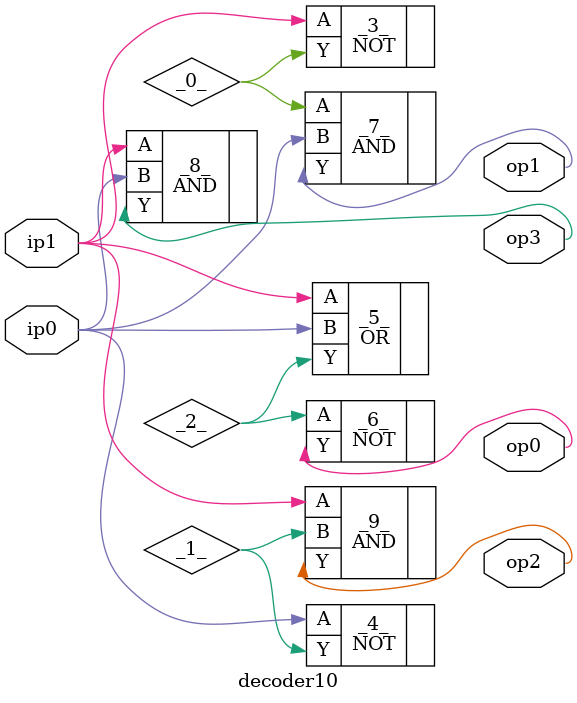
<source format=v>
/* Generated by Yosys 0.41+83 (git sha1 7045cf509, x86_64-w64-mingw32-g++ 13.2.1 -Os) */

/* cells_not_processed =  1  */
/* src = "decoder10.v:1.1-26.10" */
module decoder10(ip0, ip1, op0, op1, op2, op3);
  wire _0_;
  wire _1_;
  wire _2_;
  /* src = "decoder10.v:3.7-3.10" */
  input ip0;
  wire ip0;
  /* src = "decoder10.v:3.11-3.14" */
  input ip1;
  wire ip1;
  /* src = "decoder10.v:4.12-4.15" */
  output op0;
  wire op0;
  /* src = "decoder10.v:4.16-4.19" */
  output op1;
  wire op1;
  /* src = "decoder10.v:4.20-4.23" */
  output op2;
  wire op2;
  /* src = "decoder10.v:4.24-4.27" */
  output op3;
  wire op3;
  NOT _3_ (
    .A(ip1),
    .Y(_0_)
  );
  NOT _4_ (
    .A(ip0),
    .Y(_1_)
  );
  OR _5_ (
    .A(ip1),
    .B(ip0),
    .Y(_2_)
  );
  NOT _6_ (
    .A(_2_),
    .Y(op0)
  );
  AND _7_ (
    .A(_0_),
    .B(ip0),
    .Y(op1)
  );
  AND _8_ (
    .A(ip1),
    .B(ip0),
    .Y(op3)
  );
  AND _9_ (
    .A(ip1),
    .B(_1_),
    .Y(op2)
  );
endmodule

</source>
